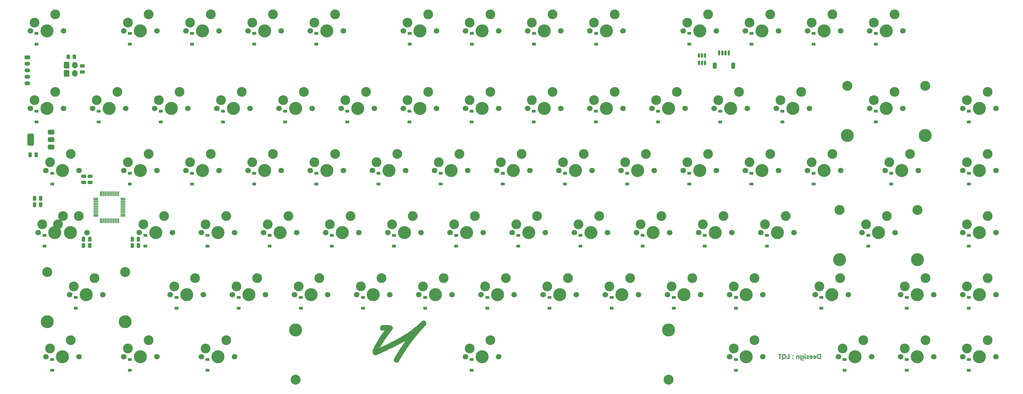
<source format=gbr>
%TF.GenerationSoftware,KiCad,Pcbnew,8.99.0-829-g0984af1676*%
%TF.CreationDate,2024-04-27T09:25:59+07:00*%
%TF.ProjectId,Nuxros75,4e757872-6f73-4373-952e-6b696361645f,rev?*%
%TF.SameCoordinates,Original*%
%TF.FileFunction,Soldermask,Bot*%
%TF.FilePolarity,Negative*%
%FSLAX46Y46*%
G04 Gerber Fmt 4.6, Leading zero omitted, Abs format (unit mm)*
G04 Created by KiCad (PCBNEW 8.99.0-829-g0984af1676) date 2024-04-27 09:25:59*
%MOMM*%
%LPD*%
G01*
G04 APERTURE LIST*
G04 Aperture macros list*
%AMRoundRect*
0 Rectangle with rounded corners*
0 $1 Rounding radius*
0 $2 $3 $4 $5 $6 $7 $8 $9 X,Y pos of 4 corners*
0 Add a 4 corners polygon primitive as box body*
4,1,4,$2,$3,$4,$5,$6,$7,$8,$9,$2,$3,0*
0 Add four circle primitives for the rounded corners*
1,1,$1+$1,$2,$3*
1,1,$1+$1,$4,$5*
1,1,$1+$1,$6,$7*
1,1,$1+$1,$8,$9*
0 Add four rect primitives between the rounded corners*
20,1,$1+$1,$2,$3,$4,$5,0*
20,1,$1+$1,$4,$5,$6,$7,0*
20,1,$1+$1,$6,$7,$8,$9,0*
20,1,$1+$1,$8,$9,$2,$3,0*%
G04 Aperture macros list end*
%ADD10C,0.300000*%
%ADD11C,0.000000*%
%ADD12C,1.700000*%
%ADD13C,4.000000*%
%ADD14C,0.400000*%
%ADD15C,3.000000*%
%ADD16RoundRect,0.250000X-0.625000X0.350000X-0.625000X-0.350000X0.625000X-0.350000X0.625000X0.350000X0*%
%ADD17O,1.750000X1.200000*%
%ADD18C,3.048000*%
%ADD19C,3.987800*%
%ADD20RoundRect,0.250000X-0.600000X-0.750000X0.600000X-0.750000X0.600000X0.750000X-0.600000X0.750000X0*%
%ADD21O,1.700000X2.000000*%
%ADD22RoundRect,0.225000X0.375000X-0.225000X0.375000X0.225000X-0.375000X0.225000X-0.375000X-0.225000X0*%
%ADD23RoundRect,0.250000X0.475000X-0.250000X0.475000X0.250000X-0.475000X0.250000X-0.475000X-0.250000X0*%
%ADD24RoundRect,0.250000X-0.250000X-0.475000X0.250000X-0.475000X0.250000X0.475000X-0.250000X0.475000X0*%
%ADD25RoundRect,0.075000X0.662500X0.075000X-0.662500X0.075000X-0.662500X-0.075000X0.662500X-0.075000X0*%
%ADD26RoundRect,0.075000X0.075000X0.662500X-0.075000X0.662500X-0.075000X-0.662500X0.075000X-0.662500X0*%
%ADD27RoundRect,0.375000X0.625000X0.375000X-0.625000X0.375000X-0.625000X-0.375000X0.625000X-0.375000X0*%
%ADD28RoundRect,0.500000X0.500000X1.400000X-0.500000X1.400000X-0.500000X-1.400000X0.500000X-1.400000X0*%
%ADD29RoundRect,0.150000X0.150000X-0.512500X0.150000X0.512500X-0.150000X0.512500X-0.150000X-0.512500X0*%
%ADD30RoundRect,0.250000X-0.475000X0.250000X-0.475000X-0.250000X0.475000X-0.250000X0.475000X0.250000X0*%
%ADD31RoundRect,0.250000X0.250000X0.475000X-0.250000X0.475000X-0.250000X-0.475000X0.250000X-0.475000X0*%
%ADD32RoundRect,0.250000X0.262500X0.450000X-0.262500X0.450000X-0.262500X-0.450000X0.262500X-0.450000X0*%
%ADD33RoundRect,0.150000X0.150000X0.625000X-0.150000X0.625000X-0.150000X-0.625000X0.150000X-0.625000X0*%
%ADD34RoundRect,0.250000X0.350000X0.650000X-0.350000X0.650000X-0.350000X-0.650000X0.350000X-0.650000X0*%
G04 APERTURE END LIST*
D10*
G36*
X-21418893Y-130245000D02*
G01*
X-21942428Y-130245000D01*
X-22029588Y-130241782D01*
X-22112284Y-130232131D01*
X-22190514Y-130216045D01*
X-22264279Y-130193525D01*
X-22333579Y-130164571D01*
X-22398414Y-130129183D01*
X-22458784Y-130087360D01*
X-22514689Y-130039103D01*
X-22540731Y-130012778D01*
X-22598485Y-129942218D01*
X-22645739Y-129864879D01*
X-22675981Y-129798127D01*
X-22699503Y-129727035D01*
X-22716304Y-129651604D01*
X-22726385Y-129571834D01*
X-22729584Y-129491755D01*
X-22379501Y-129491755D01*
X-22376495Y-129557754D01*
X-22364955Y-129631050D01*
X-22340551Y-129708422D01*
X-22304367Y-129777029D01*
X-22256402Y-129836870D01*
X-22215653Y-129873388D01*
X-22150941Y-129914115D01*
X-22077288Y-129942711D01*
X-21994694Y-129959175D01*
X-21916782Y-129963632D01*
X-21751919Y-129963632D01*
X-21751919Y-129049187D01*
X-21914584Y-129049187D01*
X-21981101Y-129052076D01*
X-22054568Y-129063170D01*
X-22131522Y-129086629D01*
X-22199044Y-129121413D01*
X-22257135Y-129167522D01*
X-22292387Y-129206543D01*
X-22331701Y-129268415D01*
X-22359305Y-129338738D01*
X-22375199Y-129417510D01*
X-22379501Y-129491755D01*
X-22729584Y-129491755D01*
X-22729745Y-129487725D01*
X-22728976Y-129443433D01*
X-22722825Y-129359070D01*
X-22710523Y-129280330D01*
X-22692070Y-129207214D01*
X-22652858Y-129108087D01*
X-22599807Y-129021614D01*
X-22532916Y-128947795D01*
X-22452185Y-128886631D01*
X-22357615Y-128838122D01*
X-22286879Y-128812813D01*
X-22209993Y-128793128D01*
X-22126955Y-128779067D01*
X-22037767Y-128770631D01*
X-21942428Y-128767819D01*
X-21418893Y-128767819D01*
X-21418893Y-130245000D01*
G37*
G36*
X-23371890Y-129167021D02*
G01*
X-23292480Y-129175994D01*
X-23218017Y-129195735D01*
X-23148499Y-129226244D01*
X-23083927Y-129267520D01*
X-23024302Y-129319563D01*
X-22988581Y-129359457D01*
X-22943931Y-129425673D01*
X-22909996Y-129499540D01*
X-22886778Y-129581057D01*
X-22875615Y-129654833D01*
X-22871894Y-129733921D01*
X-22873134Y-129780272D01*
X-22880710Y-129853173D01*
X-22898892Y-129933475D01*
X-22926992Y-130005947D01*
X-22965009Y-130070587D01*
X-23012944Y-130127397D01*
X-23040399Y-130152604D01*
X-23101356Y-130195580D01*
X-23170375Y-130228639D01*
X-23247458Y-130251780D01*
X-23332603Y-130265003D01*
X-23409717Y-130268447D01*
X-23494291Y-130265768D01*
X-23572709Y-130257731D01*
X-23644970Y-130244335D01*
X-23721493Y-130221936D01*
X-23789637Y-130192243D01*
X-23789637Y-129963632D01*
X-23781352Y-129967959D01*
X-23712115Y-129997635D01*
X-23637612Y-130018518D01*
X-23557841Y-130030608D01*
X-23483722Y-130033974D01*
X-23466914Y-130033768D01*
X-23390385Y-130026555D01*
X-23315080Y-130004298D01*
X-23250015Y-129959579D01*
X-23209493Y-129894664D01*
X-23194295Y-129822948D01*
X-23882693Y-129822948D01*
X-23882693Y-129683729D01*
X-23878986Y-129611922D01*
X-23580809Y-129611922D01*
X-23192096Y-129611922D01*
X-23197080Y-129581472D01*
X-23220252Y-129509835D01*
X-23261706Y-129444860D01*
X-23265299Y-129440713D01*
X-23324171Y-129394302D01*
X-23397260Y-129377449D01*
X-23430063Y-129379510D01*
X-23501761Y-129405155D01*
X-23550516Y-129460110D01*
X-23574356Y-129532238D01*
X-23580809Y-129611922D01*
X-23878986Y-129611922D01*
X-23878250Y-129597657D01*
X-23864919Y-129518591D01*
X-23842701Y-129446531D01*
X-23805547Y-129371318D01*
X-23756297Y-129305642D01*
X-23705353Y-129258329D01*
X-23636606Y-129215503D01*
X-23557831Y-129186001D01*
X-23482329Y-129171317D01*
X-23399459Y-129166423D01*
X-23371890Y-129167021D01*
G37*
G36*
X-24507619Y-129167021D02*
G01*
X-24428210Y-129175994D01*
X-24353746Y-129195735D01*
X-24284228Y-129226244D01*
X-24219657Y-129267520D01*
X-24160031Y-129319563D01*
X-24124310Y-129359457D01*
X-24079660Y-129425673D01*
X-24045725Y-129499540D01*
X-24022507Y-129581057D01*
X-24011344Y-129654833D01*
X-24007623Y-129733921D01*
X-24008863Y-129780272D01*
X-24016439Y-129853173D01*
X-24034621Y-129933475D01*
X-24062721Y-130005947D01*
X-24100739Y-130070587D01*
X-24148674Y-130127397D01*
X-24176128Y-130152604D01*
X-24237085Y-130195580D01*
X-24306105Y-130228639D01*
X-24383187Y-130251780D01*
X-24468333Y-130265003D01*
X-24545446Y-130268447D01*
X-24630020Y-130265768D01*
X-24708438Y-130257731D01*
X-24780699Y-130244335D01*
X-24857222Y-130221936D01*
X-24925366Y-130192243D01*
X-24925366Y-129963632D01*
X-24917082Y-129967959D01*
X-24847844Y-129997635D01*
X-24773341Y-130018518D01*
X-24693571Y-130030608D01*
X-24619452Y-130033974D01*
X-24602643Y-130033768D01*
X-24526115Y-130026555D01*
X-24450810Y-130004298D01*
X-24385744Y-129959579D01*
X-24345222Y-129894664D01*
X-24330024Y-129822948D01*
X-25018422Y-129822948D01*
X-25018422Y-129683729D01*
X-25014715Y-129611922D01*
X-24716538Y-129611922D01*
X-24327826Y-129611922D01*
X-24332810Y-129581472D01*
X-24355981Y-129509835D01*
X-24397435Y-129444860D01*
X-24401028Y-129440713D01*
X-24459900Y-129394302D01*
X-24532990Y-129377449D01*
X-24565792Y-129379510D01*
X-24637490Y-129405155D01*
X-24686246Y-129460110D01*
X-24710085Y-129532238D01*
X-24716538Y-129611922D01*
X-25014715Y-129611922D01*
X-25013979Y-129597657D01*
X-25000648Y-129518591D01*
X-24978430Y-129446531D01*
X-24941277Y-129371318D01*
X-24892027Y-129305642D01*
X-24841082Y-129258329D01*
X-24772335Y-129215503D01*
X-24693560Y-129186001D01*
X-24618058Y-129171317D01*
X-24535188Y-129166423D01*
X-24507619Y-129167021D01*
G37*
G36*
X-25137124Y-130217156D02*
G01*
X-25137124Y-129963632D01*
X-25202254Y-129998101D01*
X-25272258Y-130026431D01*
X-25297226Y-130034340D01*
X-25370169Y-130050907D01*
X-25443717Y-130057398D01*
X-25448168Y-130057421D01*
X-25525471Y-130050918D01*
X-25584455Y-130031409D01*
X-25632245Y-129974218D01*
X-25634647Y-129952274D01*
X-25611933Y-129900983D01*
X-25553681Y-129865080D01*
X-25483853Y-129839898D01*
X-25476011Y-129837602D01*
X-25404525Y-129813560D01*
X-25394678Y-129809759D01*
X-25325144Y-129780318D01*
X-25283670Y-129758834D01*
X-25222966Y-129715320D01*
X-25203436Y-129695819D01*
X-25162229Y-129632788D01*
X-25153977Y-129612655D01*
X-25138770Y-129539532D01*
X-25137124Y-129500914D01*
X-25145577Y-129423612D01*
X-25173226Y-129353225D01*
X-25175593Y-129349239D01*
X-25220747Y-129291353D01*
X-25278541Y-129245191D01*
X-25347601Y-129209929D01*
X-25420662Y-129186686D01*
X-25425819Y-129185474D01*
X-25499851Y-129172451D01*
X-25576407Y-129166721D01*
X-25598743Y-129166423D01*
X-25673713Y-129169422D01*
X-25740893Y-129177048D01*
X-25816957Y-129190532D01*
X-25883042Y-129206723D01*
X-25883042Y-129447791D01*
X-25814775Y-129415385D01*
X-25750418Y-129395034D01*
X-25676300Y-129381313D01*
X-25611933Y-129377449D01*
X-25551849Y-129383677D01*
X-25501657Y-129401995D01*
X-25467585Y-129432770D01*
X-25455495Y-129475268D01*
X-25473813Y-129524361D01*
X-25522173Y-129559898D01*
X-25588852Y-129586643D01*
X-25659147Y-129610045D01*
X-25661392Y-129610823D01*
X-25730403Y-129637356D01*
X-25778628Y-129659916D01*
X-25841244Y-129698963D01*
X-25868754Y-129722564D01*
X-25913914Y-129780611D01*
X-25926639Y-129806828D01*
X-25944822Y-129881651D01*
X-25946789Y-129921500D01*
X-25939006Y-129998056D01*
X-25913391Y-130068563D01*
X-25906123Y-130081235D01*
X-25858770Y-130141135D01*
X-25798046Y-130188946D01*
X-25730259Y-130222847D01*
X-25658712Y-130245627D01*
X-25642341Y-130249396D01*
X-25569751Y-130261731D01*
X-25494863Y-130267777D01*
X-25459525Y-130268447D01*
X-25384617Y-130265992D01*
X-25302013Y-130257177D01*
X-25222615Y-130241950D01*
X-25146423Y-130220311D01*
X-25137124Y-130217156D01*
G37*
G36*
X-26294103Y-129002292D02*
G01*
X-26219090Y-128990293D01*
X-26158914Y-128954298D01*
X-26116552Y-128893466D01*
X-26106524Y-128836695D01*
X-26123101Y-128764258D01*
X-26158914Y-128719459D01*
X-26223343Y-128684012D01*
X-26294103Y-128674030D01*
X-26369757Y-128685387D01*
X-26429658Y-128719459D01*
X-26473095Y-128782705D01*
X-26481681Y-128836695D01*
X-26465221Y-128910073D01*
X-26429658Y-128955764D01*
X-26365490Y-128992068D01*
X-26294103Y-129002292D01*
G37*
G36*
X-26454937Y-130245000D02*
G01*
X-26129239Y-130245000D01*
X-26129239Y-129189870D01*
X-26454937Y-129189870D01*
X-26454937Y-130245000D01*
G37*
G36*
X-27064389Y-129171949D02*
G01*
X-26992416Y-129188525D01*
X-26915870Y-129221832D01*
X-26847319Y-129270180D01*
X-26794923Y-129323593D01*
X-26764011Y-129364512D01*
X-26725371Y-129432329D01*
X-26696004Y-129507875D01*
X-26675912Y-129591148D01*
X-26666252Y-129666446D01*
X-26663032Y-129747110D01*
X-26667192Y-129833024D01*
X-26679673Y-129912163D01*
X-26700474Y-129984527D01*
X-26735258Y-130060389D01*
X-26781367Y-130127030D01*
X-26812342Y-130160175D01*
X-26872802Y-130207544D01*
X-26941221Y-130241379D01*
X-27017599Y-130261680D01*
X-27101936Y-130268447D01*
X-27167243Y-130263912D01*
X-27249987Y-130242326D01*
X-27322599Y-130202964D01*
X-27385077Y-130145825D01*
X-27430565Y-130082700D01*
X-27434595Y-130082700D01*
X-27434595Y-130173558D01*
X-27432377Y-130222842D01*
X-27417204Y-130303168D01*
X-27387657Y-130372714D01*
X-27343736Y-130431479D01*
X-27307187Y-130463726D01*
X-27242559Y-130499587D01*
X-27166164Y-130520437D01*
X-27088381Y-130526367D01*
X-27057291Y-130525543D01*
X-26974671Y-130515285D01*
X-26902715Y-130496692D01*
X-26831076Y-130469123D01*
X-26759752Y-130432578D01*
X-26759752Y-130701123D01*
X-26792284Y-130715119D01*
X-26865694Y-130737513D01*
X-26939057Y-130750985D01*
X-27020939Y-130758741D01*
X-27097906Y-130760840D01*
X-27157017Y-130759404D01*
X-27231663Y-130753022D01*
X-27318274Y-130737862D01*
X-27397443Y-130714725D01*
X-27469170Y-130683609D01*
X-27533456Y-130644515D01*
X-27590300Y-130597442D01*
X-27600758Y-130587099D01*
X-27656537Y-130519539D01*
X-27693889Y-130456037D01*
X-27722941Y-130385987D01*
X-27743692Y-130309391D01*
X-27756142Y-130226247D01*
X-27760293Y-130136556D01*
X-27760293Y-129656985D01*
X-27438625Y-129656985D01*
X-27438625Y-129737219D01*
X-27434732Y-129795928D01*
X-27414296Y-129872659D01*
X-27376343Y-129935788D01*
X-27355932Y-129957319D01*
X-27288692Y-129998192D01*
X-27212944Y-130010526D01*
X-27182163Y-130008720D01*
X-27111927Y-129987111D01*
X-27052110Y-129936521D01*
X-27021198Y-129885080D01*
X-26999217Y-129809654D01*
X-26993492Y-129735387D01*
X-26993553Y-129726201D01*
X-26999539Y-129649391D01*
X-27017678Y-129576419D01*
X-27055408Y-129506043D01*
X-27084705Y-129474209D01*
X-27150834Y-129435832D01*
X-27225401Y-129424344D01*
X-27248562Y-129425408D01*
X-27320790Y-129445905D01*
X-27379274Y-129492487D01*
X-27396372Y-129514471D01*
X-27428830Y-129583353D01*
X-27438625Y-129656985D01*
X-27760293Y-129656985D01*
X-27760293Y-129189870D01*
X-27434595Y-129189870D01*
X-27434595Y-129323593D01*
X-27430565Y-129323593D01*
X-27411720Y-129295505D01*
X-27361163Y-129240711D01*
X-27292092Y-129196506D01*
X-27221775Y-129173944D01*
X-27142236Y-129166423D01*
X-27064389Y-129171949D01*
G37*
G36*
X-29044766Y-130245000D02*
G01*
X-28720167Y-130245000D01*
X-28720167Y-129666510D01*
X-28714010Y-129584211D01*
X-28691265Y-129509717D01*
X-28644748Y-129452959D01*
X-28576341Y-129426472D01*
X-28545045Y-129424344D01*
X-28472305Y-129438431D01*
X-28409268Y-129484513D01*
X-28405826Y-129488457D01*
X-28366644Y-129556131D01*
X-28351718Y-129632947D01*
X-28351238Y-129651123D01*
X-28351238Y-130245000D01*
X-28025540Y-130245000D01*
X-28025540Y-129189870D01*
X-28351238Y-129189870D01*
X-28351238Y-129367923D01*
X-28355268Y-129367923D01*
X-28402692Y-129299445D01*
X-28457587Y-129245134D01*
X-28519952Y-129204992D01*
X-28589787Y-129179017D01*
X-28667093Y-129167210D01*
X-28694521Y-129166423D01*
X-28776610Y-129173201D01*
X-28847753Y-129193534D01*
X-28921291Y-129238013D01*
X-28977727Y-129303672D01*
X-29010562Y-129371450D01*
X-29032452Y-129452783D01*
X-29043398Y-129547671D01*
X-29044766Y-129600198D01*
X-29044766Y-130245000D01*
G37*
G36*
X-30015997Y-129518133D02*
G01*
X-29942175Y-129505493D01*
X-29881908Y-129467575D01*
X-29840172Y-129406746D01*
X-29828419Y-129341912D01*
X-29843929Y-129267739D01*
X-29883374Y-129215516D01*
X-29949804Y-129177210D01*
X-30021127Y-129166423D01*
X-30096781Y-129178879D01*
X-30157414Y-129216249D01*
X-30200369Y-129280352D01*
X-30210537Y-129341912D01*
X-30195234Y-129416656D01*
X-30156315Y-129469040D01*
X-30089891Y-129507346D01*
X-30015997Y-129518133D01*
G37*
G36*
X-30015997Y-130268447D02*
G01*
X-29942175Y-130255716D01*
X-29881908Y-130217522D01*
X-29840172Y-130156408D01*
X-29828419Y-130091493D01*
X-29843929Y-130017892D01*
X-29883374Y-129965830D01*
X-29949804Y-129927524D01*
X-30021127Y-129916737D01*
X-30096781Y-129929193D01*
X-30157414Y-129966563D01*
X-30200369Y-130030435D01*
X-30210537Y-130091493D01*
X-30195234Y-130166158D01*
X-30156315Y-130218988D01*
X-30089891Y-130257579D01*
X-30015997Y-130268447D01*
G37*
G36*
X-31925488Y-130245000D02*
G01*
X-31045481Y-130245000D01*
X-31045481Y-128767819D01*
X-31378506Y-128767819D01*
X-31378506Y-129963632D01*
X-31925488Y-129963632D01*
X-31925488Y-130245000D01*
G37*
G36*
X-32658022Y-128747743D02*
G01*
X-32580318Y-128757858D01*
X-32506805Y-128774717D01*
X-32420806Y-128805273D01*
X-32341354Y-128846365D01*
X-32268450Y-128897994D01*
X-32202093Y-128960160D01*
X-32165821Y-129001982D01*
X-32113295Y-129076824D01*
X-32078411Y-129141321D01*
X-32049869Y-129209929D01*
X-32027669Y-129282646D01*
X-32011813Y-129359474D01*
X-32002299Y-129440412D01*
X-31999127Y-129525460D01*
X-32002253Y-129605986D01*
X-32011629Y-129682699D01*
X-32027257Y-129755600D01*
X-32055582Y-129841364D01*
X-32093675Y-129921172D01*
X-32141535Y-129995023D01*
X-32199162Y-130062916D01*
X-32250922Y-130111088D01*
X-32320807Y-130162270D01*
X-32396452Y-130203416D01*
X-32477857Y-130234526D01*
X-32565023Y-130255601D01*
X-32638902Y-130265235D01*
X-32716468Y-130268447D01*
X-32780437Y-130266418D01*
X-32854370Y-130258429D01*
X-32929692Y-130242801D01*
X-33125331Y-130432578D01*
X-33590980Y-130432578D01*
X-33217288Y-130082334D01*
X-33230478Y-130069511D01*
X-33244033Y-130055589D01*
X-33268611Y-130028371D01*
X-33323118Y-129955780D01*
X-33367715Y-129876695D01*
X-33396257Y-129808751D01*
X-33418457Y-129736652D01*
X-33434313Y-129660397D01*
X-33443827Y-129579985D01*
X-33446271Y-129514836D01*
X-33096388Y-129514836D01*
X-33094808Y-129568594D01*
X-33086514Y-129643714D01*
X-33067850Y-129722987D01*
X-33039510Y-129793249D01*
X-32995272Y-129862515D01*
X-32940432Y-129917012D01*
X-32876661Y-129955938D01*
X-32803961Y-129979294D01*
X-32722330Y-129987079D01*
X-32642806Y-129979042D01*
X-32571297Y-129954931D01*
X-32507801Y-129914745D01*
X-32452320Y-129858485D01*
X-32417333Y-129806892D01*
X-32385665Y-129738528D01*
X-32363849Y-129661364D01*
X-32352991Y-129588219D01*
X-32349371Y-129508607D01*
X-32351885Y-129442588D01*
X-32361536Y-129368915D01*
X-32381945Y-129290613D01*
X-32412206Y-129220552D01*
X-32452320Y-129158729D01*
X-32508740Y-129100546D01*
X-32573953Y-129058987D01*
X-32647958Y-129034051D01*
X-32730757Y-129025739D01*
X-32811517Y-129033776D01*
X-32883073Y-129057888D01*
X-32945423Y-129098073D01*
X-32998569Y-129154333D01*
X-33031812Y-129206634D01*
X-33061903Y-129276574D01*
X-33082632Y-129356120D01*
X-33092949Y-129431948D01*
X-33096388Y-129514836D01*
X-33446271Y-129514836D01*
X-33446999Y-129495418D01*
X-33443942Y-129412780D01*
X-33434771Y-129334310D01*
X-33419487Y-129260006D01*
X-33391784Y-129172988D01*
X-33354529Y-129092480D01*
X-33307721Y-129018485D01*
X-33251360Y-128951001D01*
X-33200733Y-128902572D01*
X-33132104Y-128851117D01*
X-33057536Y-128809750D01*
X-32977029Y-128778473D01*
X-32890583Y-128757286D01*
X-32817150Y-128747600D01*
X-32739916Y-128744371D01*
X-32658022Y-128747743D01*
G37*
G36*
X-34653436Y-129049187D02*
G01*
X-34232117Y-129049187D01*
X-34232117Y-130245000D01*
X-33898360Y-130245000D01*
X-33898360Y-129049187D01*
X-33478872Y-129049187D01*
X-33478872Y-128767819D01*
X-34653436Y-128767819D01*
X-34653436Y-129049187D01*
G37*
D11*
%TO.C,G\u002A\u002A\u002A*%
G36*
X-143232273Y-118489772D02*
G01*
X-143033701Y-118517395D01*
X-142853974Y-118589661D01*
X-142695554Y-118705244D01*
X-142560904Y-118862818D01*
X-142509532Y-118945719D01*
X-142430471Y-119129035D01*
X-142394384Y-119314712D01*
X-142402146Y-119496126D01*
X-142454634Y-119666656D01*
X-142454889Y-119667208D01*
X-142475763Y-119710319D01*
X-142499111Y-119752402D01*
X-142528341Y-119797559D01*
X-142566860Y-119849889D01*
X-142618077Y-119913494D01*
X-142685399Y-119992475D01*
X-142772235Y-120090932D01*
X-142881992Y-120212967D01*
X-143018079Y-120362679D01*
X-143183904Y-120544169D01*
X-143676332Y-121089786D01*
X-144705768Y-122279292D01*
X-145710389Y-123507159D01*
X-146687139Y-124769268D01*
X-147632967Y-126061504D01*
X-148544817Y-127379747D01*
X-149419636Y-128719881D01*
X-150254370Y-130077789D01*
X-150318437Y-130185302D01*
X-150461795Y-130425614D01*
X-150583686Y-130628785D01*
X-150686690Y-130798222D01*
X-150773387Y-130937334D01*
X-150846357Y-131049529D01*
X-150908182Y-131138214D01*
X-150961440Y-131206797D01*
X-151008711Y-131258687D01*
X-151052577Y-131297290D01*
X-151095617Y-131326016D01*
X-151140411Y-131348272D01*
X-151189540Y-131367466D01*
X-151245583Y-131387006D01*
X-151357548Y-131415964D01*
X-151542967Y-131426211D01*
X-151728330Y-131394554D01*
X-151906074Y-131324316D01*
X-152068641Y-131218825D01*
X-152208468Y-131081404D01*
X-152317996Y-130915379D01*
X-152327667Y-130894999D01*
X-152366076Y-130768991D01*
X-152384636Y-130622289D01*
X-152381942Y-130475522D01*
X-152356585Y-130349318D01*
X-152346510Y-130323631D01*
X-152306678Y-130240162D01*
X-152243725Y-130120863D01*
X-152159811Y-129969373D01*
X-152057096Y-129789328D01*
X-151937739Y-129584368D01*
X-151803902Y-129358130D01*
X-151657744Y-129114252D01*
X-151501426Y-128856372D01*
X-151337107Y-128588128D01*
X-151166947Y-128313159D01*
X-150993107Y-128035102D01*
X-150817747Y-127757596D01*
X-150766292Y-127676914D01*
X-150614068Y-127440946D01*
X-150446451Y-127184534D01*
X-150267239Y-126913271D01*
X-150080233Y-126632754D01*
X-149889231Y-126348577D01*
X-149698033Y-126066333D01*
X-149510439Y-125791619D01*
X-149330248Y-125530028D01*
X-149161258Y-125287156D01*
X-149007271Y-125068597D01*
X-148872085Y-124879946D01*
X-148759499Y-124726798D01*
X-148688366Y-124631830D01*
X-148751397Y-124672232D01*
X-148802008Y-124703590D01*
X-148899677Y-124761919D01*
X-149028654Y-124837487D01*
X-149182562Y-124926654D01*
X-149355025Y-125025783D01*
X-149539668Y-125131232D01*
X-149730113Y-125239365D01*
X-149919985Y-125346540D01*
X-150102909Y-125449120D01*
X-150272507Y-125543466D01*
X-150422404Y-125625937D01*
X-150720619Y-125787623D01*
X-151230855Y-126058893D01*
X-151755859Y-126331243D01*
X-152300091Y-126606872D01*
X-152868011Y-126887978D01*
X-153464079Y-127176758D01*
X-154092755Y-127475409D01*
X-154758498Y-127786130D01*
X-155465770Y-128111118D01*
X-155551224Y-128150095D01*
X-155950554Y-128331846D01*
X-156306988Y-128493369D01*
X-156621610Y-128635144D01*
X-156895503Y-128757646D01*
X-157129750Y-128861354D01*
X-157325434Y-128946743D01*
X-157483639Y-129014291D01*
X-157605448Y-129064476D01*
X-157691944Y-129097774D01*
X-157744210Y-129114663D01*
X-157746270Y-129115172D01*
X-157892616Y-129135075D01*
X-158052709Y-129130914D01*
X-158206886Y-129104575D01*
X-158335481Y-129057943D01*
X-158447243Y-128988222D01*
X-158590647Y-128853642D01*
X-158706283Y-128686775D01*
X-158792294Y-128493515D01*
X-158846821Y-128279755D01*
X-158868008Y-128051391D01*
X-158853998Y-127814315D01*
X-158802934Y-127574423D01*
X-158777976Y-127492957D01*
X-158732452Y-127360686D01*
X-158678001Y-127222377D01*
X-158611407Y-127070845D01*
X-158529456Y-126898905D01*
X-158428934Y-126699372D01*
X-158306626Y-126465060D01*
X-158006253Y-125908053D01*
X-157402870Y-124854241D01*
X-156773047Y-123837949D01*
X-156114432Y-122855452D01*
X-155424673Y-121903026D01*
X-155357664Y-121813595D01*
X-155283901Y-121714205D01*
X-155225302Y-121634154D01*
X-155186641Y-121579975D01*
X-155172693Y-121558204D01*
X-155182000Y-121556353D01*
X-155231529Y-121554870D01*
X-155316510Y-121555134D01*
X-155428742Y-121557094D01*
X-155560024Y-121560696D01*
X-155714148Y-121564094D01*
X-155877319Y-121561553D01*
X-156006984Y-121549202D01*
X-156111593Y-121524911D01*
X-156199593Y-121486551D01*
X-156279433Y-121431991D01*
X-156359562Y-121359101D01*
X-156382594Y-121335511D01*
X-156483432Y-121207659D01*
X-156548086Y-121070360D01*
X-156580415Y-120912696D01*
X-156584282Y-120723750D01*
X-156572923Y-120594742D01*
X-156530108Y-120413525D01*
X-156453945Y-120258245D01*
X-156340844Y-120120003D01*
X-156312399Y-120092534D01*
X-156241644Y-120033438D01*
X-156164651Y-119984453D01*
X-156076698Y-119944819D01*
X-155973063Y-119913778D01*
X-155849024Y-119890569D01*
X-155699859Y-119874435D01*
X-155520847Y-119864616D01*
X-155307264Y-119860352D01*
X-155054389Y-119860885D01*
X-154757500Y-119865455D01*
X-154702295Y-119866612D01*
X-154403353Y-119875263D01*
X-154127783Y-119887299D01*
X-153879830Y-119902378D01*
X-153663735Y-119920162D01*
X-153483741Y-119940310D01*
X-153344089Y-119962483D01*
X-153249023Y-119986339D01*
X-153130407Y-120034890D01*
X-152956215Y-120143938D01*
X-152816395Y-120287217D01*
X-152709295Y-120466193D01*
X-152699151Y-120488703D01*
X-152667084Y-120577590D01*
X-152651477Y-120668603D01*
X-152647885Y-120784808D01*
X-152647930Y-120789998D01*
X-152662263Y-120955824D01*
X-152704820Y-121106013D01*
X-152780630Y-121253310D01*
X-152894719Y-121410455D01*
X-153144147Y-121719552D01*
X-153483363Y-122146062D01*
X-153795780Y-122547120D01*
X-154085633Y-122928484D01*
X-154357155Y-123295908D01*
X-154614581Y-123655150D01*
X-154862143Y-124011966D01*
X-155104077Y-124372113D01*
X-155344615Y-124741346D01*
X-155368355Y-124778428D01*
X-155458747Y-124921226D01*
X-155558932Y-125081549D01*
X-155664935Y-125252853D01*
X-155772784Y-125428594D01*
X-155878506Y-125602227D01*
X-155978127Y-125767209D01*
X-156067674Y-125916994D01*
X-156143174Y-126045040D01*
X-156200654Y-126144802D01*
X-156236140Y-126209736D01*
X-156255869Y-126245524D01*
X-156301134Y-126321846D01*
X-156359977Y-126417256D01*
X-156424668Y-126519071D01*
X-156475194Y-126598761D01*
X-156522617Y-126676889D01*
X-156553162Y-126731348D01*
X-156561826Y-126753583D01*
X-156542286Y-126747416D01*
X-156482227Y-126722446D01*
X-156385805Y-126680222D01*
X-156257144Y-126622635D01*
X-156100367Y-126551578D01*
X-155919599Y-126468942D01*
X-155718964Y-126376622D01*
X-155502585Y-126276508D01*
X-155274587Y-126170494D01*
X-155039093Y-126060471D01*
X-154800228Y-125948332D01*
X-154562116Y-125835970D01*
X-153781824Y-125461400D01*
X-152821277Y-124984140D01*
X-151905643Y-124509947D01*
X-151032879Y-124037497D01*
X-150200943Y-123565462D01*
X-149407794Y-123092518D01*
X-148651389Y-122617338D01*
X-147929686Y-122138597D01*
X-147240644Y-121654969D01*
X-146582220Y-121165128D01*
X-145952374Y-120667748D01*
X-145349062Y-120161504D01*
X-144770242Y-119645070D01*
X-144213874Y-119117120D01*
X-144091184Y-118997470D01*
X-143943176Y-118855440D01*
X-143820770Y-118742556D01*
X-143718888Y-118655498D01*
X-143632451Y-118590944D01*
X-143556382Y-118545574D01*
X-143485603Y-118516067D01*
X-143415037Y-118499103D01*
X-143339606Y-118491359D01*
X-143254231Y-118489516D01*
X-143232273Y-118489772D01*
G37*
%TD*%
D12*
%TO.C,SW64*%
X-163697500Y-110580000D03*
D13*
X-158617500Y-110580000D03*
D12*
X-153537500Y-110580000D03*
D14*
X-163677500Y-108030000D03*
X-162437500Y-109290000D03*
X-162427500Y-106790000D03*
D15*
X-162427500Y-108040000D03*
D14*
X-161177500Y-108040000D03*
X-157327500Y-105500000D03*
X-156077500Y-104240000D03*
D15*
X-156077500Y-105500000D03*
D14*
X-156077500Y-106740000D03*
X-154837500Y-105490000D03*
%TD*%
D12*
%TO.C,SW24*%
X-111310000Y-53430000D03*
D13*
X-106230000Y-53430000D03*
D12*
X-101150000Y-53430000D03*
D14*
X-111290000Y-50880000D03*
X-110050000Y-52140000D03*
X-110040000Y-49640000D03*
D15*
X-110040000Y-50890000D03*
D14*
X-108790000Y-50890000D03*
X-104940000Y-48350000D03*
X-103690000Y-47090000D03*
D15*
X-103690000Y-48350000D03*
D14*
X-103690000Y-49590000D03*
X-102450000Y-48340000D03*
%TD*%
D12*
%TO.C,SW6*%
X-149390000Y-29620000D03*
D13*
X-144310000Y-29620000D03*
D12*
X-139230000Y-29620000D03*
D14*
X-149370000Y-27070000D03*
X-148130000Y-28330000D03*
X-148120000Y-25830000D03*
D15*
X-148120000Y-27080000D03*
D14*
X-146870000Y-27080000D03*
X-143020000Y-24540000D03*
X-141770000Y-23280000D03*
D15*
X-141770000Y-24540000D03*
D14*
X-141770000Y-25780000D03*
X-140530000Y-24530000D03*
%TD*%
D12*
%TO.C,SW28*%
X-35110000Y-53430000D03*
D13*
X-30030000Y-53430000D03*
D12*
X-24950000Y-53430000D03*
D14*
X-35090000Y-50880000D03*
X-33850000Y-52140000D03*
X-33840000Y-49640000D03*
D15*
X-33840000Y-50890000D03*
D14*
X-32590000Y-50890000D03*
X-28740000Y-48350000D03*
X-27490000Y-47090000D03*
D15*
X-27490000Y-48350000D03*
D14*
X-27490000Y-49590000D03*
X-26250000Y-48340000D03*
%TD*%
D12*
%TO.C,SW13*%
X-6540000Y-29620000D03*
D13*
X-1460000Y-29620000D03*
D12*
X3620000Y-29620000D03*
D14*
X-6520000Y-27070000D03*
X-5280000Y-28330000D03*
X-5270000Y-25830000D03*
D15*
X-5270000Y-27080000D03*
D14*
X-4020000Y-27080000D03*
X-170000Y-24540000D03*
X1080000Y-23280000D03*
D15*
X1080000Y-24540000D03*
D14*
X1080000Y-25780000D03*
X2320000Y-24530000D03*
%TD*%
D12*
%TO.C,SW75*%
X-235135000Y-129630000D03*
D13*
X-230055000Y-129630000D03*
D12*
X-224975000Y-129630000D03*
D14*
X-235115000Y-127080000D03*
X-233875000Y-128340000D03*
X-233865000Y-125840000D03*
D15*
X-233865000Y-127090000D03*
D14*
X-232615000Y-127090000D03*
X-228765000Y-124550000D03*
X-227515000Y-123290000D03*
D15*
X-227515000Y-124550000D03*
D14*
X-227515000Y-125790000D03*
X-226275000Y-124540000D03*
%TD*%
D12*
%TO.C,SW41*%
X-63685000Y-72480000D03*
D13*
X-58605000Y-72480000D03*
D12*
X-53525000Y-72480000D03*
D14*
X-63665000Y-69930000D03*
X-62425000Y-71190000D03*
X-62415000Y-68690000D03*
D15*
X-62415000Y-69940000D03*
D14*
X-61165000Y-69940000D03*
X-57315000Y-67400000D03*
X-56065000Y-66140000D03*
D15*
X-56065000Y-67400000D03*
D14*
X-56065000Y-68640000D03*
X-54825000Y-67390000D03*
%TD*%
D12*
%TO.C,SW1*%
X-263720000Y-29590000D03*
D13*
X-258640000Y-29590000D03*
D12*
X-253560000Y-29590000D03*
D14*
X-263700000Y-27040000D03*
X-262460000Y-28300000D03*
X-262450000Y-25800000D03*
D15*
X-262450000Y-27050000D03*
D14*
X-261200000Y-27050000D03*
X-257350000Y-24510000D03*
X-256100000Y-23250000D03*
D15*
X-256100000Y-24510000D03*
D14*
X-256100000Y-25750000D03*
X-254860000Y-24500000D03*
%TD*%
D12*
%TO.C,SW67*%
X-106547500Y-110580000D03*
D13*
X-101467500Y-110580000D03*
D12*
X-96387500Y-110580000D03*
D14*
X-106527500Y-108030000D03*
X-105287500Y-109290000D03*
X-105277500Y-106790000D03*
D15*
X-105277500Y-108040000D03*
D14*
X-104027500Y-108040000D03*
X-100177500Y-105500000D03*
X-98927500Y-104240000D03*
D15*
X-98927500Y-105500000D03*
D14*
X-98927500Y-106740000D03*
X-97687500Y-105490000D03*
%TD*%
D12*
%TO.C,SW42*%
X-44635000Y-72480000D03*
D13*
X-39555000Y-72480000D03*
D12*
X-34475000Y-72480000D03*
D14*
X-44615000Y-69930000D03*
X-43375000Y-71190000D03*
X-43365000Y-68690000D03*
D15*
X-43365000Y-69940000D03*
D14*
X-42115000Y-69940000D03*
X-38265000Y-67400000D03*
X-37015000Y-66140000D03*
D15*
X-37015000Y-67400000D03*
D14*
X-37015000Y-68640000D03*
X-35775000Y-67390000D03*
%TD*%
D12*
%TO.C,SW11*%
X-44640000Y-29620000D03*
D13*
X-39560000Y-29620000D03*
D12*
X-34480000Y-29620000D03*
D14*
X-44620000Y-27070000D03*
X-43380000Y-28330000D03*
X-43370000Y-25830000D03*
D15*
X-43370000Y-27080000D03*
D14*
X-42120000Y-27080000D03*
X-38270000Y-24540000D03*
X-37020000Y-23280000D03*
D15*
X-37020000Y-24540000D03*
D14*
X-37020000Y-25780000D03*
X-35780000Y-24530000D03*
%TD*%
D12*
%TO.C,SW20*%
X-187510000Y-53430000D03*
D13*
X-182430000Y-53430000D03*
D12*
X-177350000Y-53430000D03*
D14*
X-187490000Y-50880000D03*
X-186250000Y-52140000D03*
X-186240000Y-49640000D03*
D15*
X-186240000Y-50890000D03*
D14*
X-184990000Y-50890000D03*
X-181140000Y-48350000D03*
X-179890000Y-47090000D03*
D15*
X-179890000Y-48350000D03*
D14*
X-179890000Y-49590000D03*
X-178650000Y-48340000D03*
%TD*%
D12*
%TO.C,SW26*%
X-73210000Y-53430000D03*
D13*
X-68130000Y-53430000D03*
D12*
X-63050000Y-53430000D03*
D14*
X-73190000Y-50880000D03*
X-71950000Y-52140000D03*
X-71940000Y-49640000D03*
D15*
X-71940000Y-50890000D03*
D14*
X-70690000Y-50890000D03*
X-66840000Y-48350000D03*
X-65590000Y-47090000D03*
D15*
X-65590000Y-48350000D03*
D14*
X-65590000Y-49590000D03*
X-64350000Y-48340000D03*
%TD*%
D12*
%TO.C,SW88*%
X22040000Y-129630000D03*
D13*
X27120000Y-129630000D03*
D12*
X32200000Y-129630000D03*
D14*
X22060000Y-127080000D03*
X23300000Y-128340000D03*
X23310000Y-125840000D03*
D15*
X23310000Y-127090000D03*
D14*
X24560000Y-127090000D03*
X28410000Y-124550000D03*
X29660000Y-123290000D03*
D15*
X29660000Y-124550000D03*
D14*
X29660000Y-125790000D03*
X30900000Y-124540000D03*
%TD*%
D16*
%TO.C,J2*%
X-264700000Y-37700000D03*
D17*
X-264700000Y-39700000D03*
X-264700000Y-41700000D03*
X-264700000Y-43700000D03*
X-264700000Y-45700000D03*
%TD*%
D12*
%TO.C,SW63*%
X-182747500Y-110580000D03*
D13*
X-177667500Y-110580000D03*
D12*
X-172587500Y-110580000D03*
D14*
X-182727500Y-108030000D03*
X-181487500Y-109290000D03*
X-181477500Y-106790000D03*
D15*
X-181477500Y-108040000D03*
D14*
X-180227500Y-108040000D03*
X-176377500Y-105500000D03*
X-175127500Y-104240000D03*
D15*
X-175127500Y-105500000D03*
D14*
X-175127500Y-106740000D03*
X-173887500Y-105490000D03*
%TD*%
D12*
%TO.C,SW70*%
X-49397500Y-110580000D03*
D13*
X-44317500Y-110580000D03*
D12*
X-39237500Y-110580000D03*
D14*
X-49377500Y-108030000D03*
X-48137500Y-109290000D03*
X-48127500Y-106790000D03*
D15*
X-48127500Y-108040000D03*
D14*
X-46877500Y-108040000D03*
X-43027500Y-105500000D03*
X-41777500Y-104240000D03*
D15*
X-41777500Y-105500000D03*
D14*
X-41777500Y-106740000D03*
X-40537500Y-105490000D03*
%TD*%
D12*
%TO.C,SW44*%
X-1772000Y-72480000D03*
D13*
X3308000Y-72480000D03*
D12*
X8388000Y-72480000D03*
D14*
X-1752000Y-69930000D03*
X-512000Y-71190000D03*
X-502000Y-68690000D03*
D15*
X-502000Y-69940000D03*
D14*
X748000Y-69940000D03*
X4598000Y-67400000D03*
X5848000Y-66140000D03*
D15*
X5848000Y-67400000D03*
D14*
X5848000Y-68640000D03*
X7088000Y-67390000D03*
%TD*%
D12*
%TO.C,SW49*%
X-192272500Y-91530000D03*
D13*
X-187192500Y-91530000D03*
D12*
X-182112500Y-91530000D03*
D14*
X-192252500Y-88980000D03*
X-191012500Y-90240000D03*
X-191002500Y-87740000D03*
D15*
X-191002500Y-88990000D03*
D14*
X-189752500Y-88990000D03*
X-185902500Y-86450000D03*
X-184652500Y-85190000D03*
D15*
X-184652500Y-86450000D03*
D14*
X-184652500Y-87690000D03*
X-183412500Y-86440000D03*
%TD*%
D12*
%TO.C,SW38*%
X-120835000Y-72480000D03*
D13*
X-115755000Y-72480000D03*
D12*
X-110675000Y-72480000D03*
D14*
X-120815000Y-69930000D03*
X-119575000Y-71190000D03*
X-119565000Y-68690000D03*
D15*
X-119565000Y-69940000D03*
D14*
X-118315000Y-69940000D03*
X-114465000Y-67400000D03*
X-113215000Y-66140000D03*
D15*
X-113215000Y-67400000D03*
D14*
X-113215000Y-68640000D03*
X-111975000Y-67390000D03*
%TD*%
D12*
%TO.C,SW84*%
X-49397000Y-129630000D03*
D13*
X-44317000Y-129630000D03*
D12*
X-39237000Y-129630000D03*
D14*
X-49377000Y-127080000D03*
X-48137000Y-128340000D03*
X-48127000Y-125840000D03*
D15*
X-48127000Y-127090000D03*
D14*
X-46877000Y-127090000D03*
X-43027000Y-124550000D03*
X-41777000Y-123290000D03*
D15*
X-41777000Y-124550000D03*
D14*
X-41777000Y-125790000D03*
X-40537000Y-124540000D03*
%TD*%
D12*
%TO.C,SW34*%
X-197035000Y-72480000D03*
D13*
X-191955000Y-72480000D03*
D12*
X-186875000Y-72480000D03*
D14*
X-197015000Y-69930000D03*
X-195775000Y-71190000D03*
X-195765000Y-68690000D03*
D15*
X-195765000Y-69940000D03*
D14*
X-194515000Y-69940000D03*
X-190665000Y-67400000D03*
X-189415000Y-66140000D03*
D15*
X-189415000Y-67400000D03*
D14*
X-189415000Y-68640000D03*
X-188175000Y-67390000D03*
%TD*%
D12*
%TO.C,SW73*%
X2990000Y-110580000D03*
D13*
X8070000Y-110580000D03*
D12*
X13150000Y-110580000D03*
D14*
X3010000Y-108030000D03*
X4250000Y-109290000D03*
X4260000Y-106790000D03*
D15*
X4260000Y-108040000D03*
D14*
X5510000Y-108040000D03*
X9360000Y-105500000D03*
X10610000Y-104240000D03*
D15*
X10610000Y-105500000D03*
D14*
X10610000Y-106740000D03*
X11850000Y-105490000D03*
%TD*%
D12*
%TO.C,SW76*%
X-211322000Y-129630000D03*
D13*
X-206242000Y-129630000D03*
D12*
X-201162000Y-129630000D03*
D14*
X-211302000Y-127080000D03*
X-210062000Y-128340000D03*
X-210052000Y-125840000D03*
D15*
X-210052000Y-127090000D03*
D14*
X-208802000Y-127090000D03*
X-204952000Y-124550000D03*
X-203702000Y-123290000D03*
D15*
X-203702000Y-124550000D03*
D14*
X-203702000Y-125790000D03*
X-202462000Y-124540000D03*
%TD*%
D12*
%TO.C,SW53*%
X-116072500Y-91530000D03*
D13*
X-110992500Y-91530000D03*
D12*
X-105912500Y-91530000D03*
D14*
X-116052500Y-88980000D03*
X-114812500Y-90240000D03*
X-114802500Y-87740000D03*
D15*
X-114802500Y-88990000D03*
D14*
X-113552500Y-88990000D03*
X-109702500Y-86450000D03*
X-108452500Y-85190000D03*
D15*
X-108452500Y-86450000D03*
D14*
X-108452500Y-87690000D03*
X-107212500Y-86440000D03*
%TD*%
D12*
%TO.C,SW27*%
X-54160000Y-53430000D03*
D13*
X-49080000Y-53430000D03*
D12*
X-44000000Y-53430000D03*
D14*
X-54140000Y-50880000D03*
X-52900000Y-52140000D03*
X-52890000Y-49640000D03*
D15*
X-52890000Y-50890000D03*
D14*
X-51640000Y-50890000D03*
X-47790000Y-48350000D03*
X-46540000Y-47090000D03*
D15*
X-46540000Y-48350000D03*
D14*
X-46540000Y-49590000D03*
X-45300000Y-48340000D03*
%TD*%
D18*
%TO.C,SW59*%
X-15699900Y-84545000D03*
D19*
X-15699900Y-99785000D03*
D12*
X-8841900Y-91530000D03*
D13*
X-3761900Y-91530000D03*
D12*
X1318100Y-91530000D03*
D18*
X8176100Y-84545000D03*
D19*
X8176100Y-99785000D03*
D14*
X-8821900Y-88980000D03*
X-7581900Y-90240000D03*
X-7571900Y-87740000D03*
D15*
X-7571900Y-88990000D03*
D14*
X-6321900Y-88990000D03*
X-2471900Y-86450000D03*
X-1221900Y-85190000D03*
D15*
X-1221900Y-86450000D03*
D14*
X-1221900Y-87690000D03*
X18100Y-86440000D03*
%TD*%
D12*
%TO.C,SW2*%
X-235130000Y-29610000D03*
D13*
X-230050000Y-29610000D03*
D12*
X-224970000Y-29610000D03*
D14*
X-235110000Y-27060000D03*
X-233870000Y-28320000D03*
X-233860000Y-25820000D03*
D15*
X-233860000Y-27070000D03*
D14*
X-232610000Y-27070000D03*
X-228760000Y-24530000D03*
X-227510000Y-23270000D03*
D15*
X-227510000Y-24530000D03*
D14*
X-227510000Y-25770000D03*
X-226270000Y-24520000D03*
%TD*%
D12*
%TO.C,SW22*%
X-149410000Y-53430000D03*
D13*
X-144330000Y-53430000D03*
D12*
X-139250000Y-53430000D03*
D14*
X-149390000Y-50880000D03*
X-148150000Y-52140000D03*
X-148140000Y-49640000D03*
D15*
X-148140000Y-50890000D03*
D14*
X-146890000Y-50890000D03*
X-143040000Y-48350000D03*
X-141790000Y-47090000D03*
D15*
X-141790000Y-48350000D03*
D14*
X-141790000Y-49590000D03*
X-140550000Y-48340000D03*
%TD*%
D12*
%TO.C,SW60*%
X22040000Y-91530000D03*
D13*
X27120000Y-91530000D03*
D12*
X32200000Y-91530000D03*
D14*
X22060000Y-88980000D03*
X23300000Y-90240000D03*
X23310000Y-87740000D03*
D15*
X23310000Y-88990000D03*
D14*
X24560000Y-88990000D03*
X28410000Y-86450000D03*
X29660000Y-85190000D03*
D15*
X29660000Y-86450000D03*
D14*
X29660000Y-87690000D03*
X30900000Y-86440000D03*
%TD*%
D20*
%TO.C,SWb\u00F4trst1*%
X-252600000Y-42650000D03*
D21*
X-250100000Y-42650000D03*
%TD*%
D12*
%TO.C,SW74*%
X22040000Y-110580000D03*
D13*
X27120000Y-110580000D03*
D12*
X32200000Y-110580000D03*
D14*
X22060000Y-108030000D03*
X23300000Y-109290000D03*
X23310000Y-106790000D03*
D15*
X23310000Y-108040000D03*
D14*
X24560000Y-108040000D03*
X28410000Y-105500000D03*
X29660000Y-104240000D03*
D15*
X29660000Y-105500000D03*
D14*
X29660000Y-106740000D03*
X30900000Y-105490000D03*
%TD*%
D12*
%TO.C,SW18*%
X-225610000Y-53430000D03*
D13*
X-220530000Y-53430000D03*
D12*
X-215450000Y-53430000D03*
D14*
X-225590000Y-50880000D03*
X-224350000Y-52140000D03*
X-224340000Y-49640000D03*
D15*
X-224340000Y-50890000D03*
D14*
X-223090000Y-50890000D03*
X-219240000Y-48350000D03*
X-217990000Y-47090000D03*
D15*
X-217990000Y-48350000D03*
D14*
X-217990000Y-49590000D03*
X-216750000Y-48340000D03*
%TD*%
D12*
%TO.C,SW45*%
X22040000Y-72480000D03*
D13*
X27120000Y-72480000D03*
D12*
X32200000Y-72480000D03*
D14*
X22060000Y-69930000D03*
X23300000Y-71190000D03*
X23310000Y-68690000D03*
D15*
X23310000Y-69940000D03*
D14*
X24560000Y-69940000D03*
X28410000Y-67400000D03*
X29660000Y-66140000D03*
D15*
X29660000Y-67400000D03*
D14*
X29660000Y-68640000D03*
X30900000Y-67390000D03*
%TD*%
D12*
%TO.C,SW86*%
X-16060000Y-129630000D03*
D13*
X-10980000Y-129630000D03*
D12*
X-5900000Y-129630000D03*
D14*
X-16040000Y-127080000D03*
X-14800000Y-128340000D03*
X-14790000Y-125840000D03*
D15*
X-14790000Y-127090000D03*
D14*
X-13540000Y-127090000D03*
X-9690000Y-124550000D03*
X-8440000Y-123290000D03*
D15*
X-8440000Y-124550000D03*
D14*
X-8440000Y-125790000D03*
X-7200000Y-124540000D03*
%TD*%
D12*
%TO.C,SW8*%
X-111290000Y-29620000D03*
D13*
X-106210000Y-29620000D03*
D12*
X-101130000Y-29620000D03*
D14*
X-111270000Y-27070000D03*
X-110030000Y-28330000D03*
X-110020000Y-25830000D03*
D15*
X-110020000Y-27080000D03*
D14*
X-108770000Y-27080000D03*
X-104920000Y-24540000D03*
X-103670000Y-23280000D03*
D15*
X-103670000Y-24540000D03*
D14*
X-103670000Y-25780000D03*
X-102430000Y-24530000D03*
%TD*%
D12*
%TO.C,SW30*%
X22040000Y-53430000D03*
D13*
X27120000Y-53430000D03*
D12*
X32200000Y-53430000D03*
D14*
X22060000Y-50880000D03*
X23300000Y-52140000D03*
X23310000Y-49640000D03*
D15*
X23310000Y-50890000D03*
D14*
X24560000Y-50890000D03*
X28410000Y-48350000D03*
X29660000Y-47090000D03*
D15*
X29660000Y-48350000D03*
D14*
X29660000Y-49590000D03*
X30900000Y-48340000D03*
%TD*%
D12*
%TO.C,SW65*%
X-144647500Y-110580000D03*
D13*
X-139567500Y-110580000D03*
D12*
X-134487500Y-110580000D03*
D14*
X-144627500Y-108030000D03*
X-143387500Y-109290000D03*
X-143377500Y-106790000D03*
D15*
X-143377500Y-108040000D03*
D14*
X-142127500Y-108040000D03*
X-138277500Y-105500000D03*
X-137027500Y-104240000D03*
D15*
X-137027500Y-105500000D03*
D14*
X-137027500Y-106740000D03*
X-135787500Y-105490000D03*
%TD*%
D12*
%TO.C,SW47*%
X-230372500Y-91530000D03*
D13*
X-225292500Y-91530000D03*
D12*
X-220212500Y-91530000D03*
D14*
X-230352500Y-88980000D03*
X-229112500Y-90240000D03*
X-229102500Y-87740000D03*
D15*
X-229102500Y-88990000D03*
D14*
X-227852500Y-88990000D03*
X-224002500Y-86450000D03*
X-222752500Y-85190000D03*
D15*
X-222752500Y-86450000D03*
D14*
X-222752500Y-87690000D03*
X-221512500Y-86440000D03*
%TD*%
D18*
%TO.C,SW29*%
X-13393000Y-46445000D03*
D19*
X-13393000Y-61685000D03*
D12*
X-6535000Y-53430000D03*
D13*
X-1455000Y-53430000D03*
D12*
X3625000Y-53430000D03*
D18*
X10483000Y-46445000D03*
D19*
X10483000Y-61685000D03*
D14*
X-6515000Y-50880000D03*
X-5275000Y-52140000D03*
X-5265000Y-49640000D03*
D15*
X-5265000Y-50890000D03*
D14*
X-4015000Y-50890000D03*
X-165000Y-48350000D03*
X1085000Y-47090000D03*
D15*
X1085000Y-48350000D03*
D14*
X1085000Y-49590000D03*
X2325000Y-48340000D03*
%TD*%
D12*
%TO.C,SW57*%
X-39872500Y-91530000D03*
D13*
X-34792500Y-91530000D03*
D12*
X-29712500Y-91530000D03*
D14*
X-39852500Y-88980000D03*
X-38612500Y-90240000D03*
X-38602500Y-87740000D03*
D15*
X-38602500Y-88990000D03*
D14*
X-37352500Y-88990000D03*
X-33502500Y-86450000D03*
X-32252500Y-85190000D03*
D15*
X-32252500Y-86450000D03*
D14*
X-32252500Y-87690000D03*
X-31012500Y-86440000D03*
%TD*%
D12*
%TO.C,SW7*%
X-130340000Y-29620000D03*
D13*
X-125260000Y-29620000D03*
D12*
X-120180000Y-29620000D03*
D14*
X-130320000Y-27070000D03*
X-129080000Y-28330000D03*
X-129070000Y-25830000D03*
D15*
X-129070000Y-27080000D03*
D14*
X-127820000Y-27080000D03*
X-123970000Y-24540000D03*
X-122720000Y-23280000D03*
D15*
X-122720000Y-24540000D03*
D14*
X-122720000Y-25780000D03*
X-121480000Y-24530000D03*
%TD*%
D18*
%TO.C,SW58*%
X-258587400Y-103595000D03*
D19*
X-258587400Y-118835000D03*
D12*
X-251729400Y-110580000D03*
D13*
X-246649400Y-110580000D03*
D12*
X-241569400Y-110580000D03*
D18*
X-234711400Y-103595000D03*
D19*
X-234711400Y-118835000D03*
D14*
X-251709400Y-108030000D03*
X-250469400Y-109290000D03*
X-250459400Y-106790000D03*
D15*
X-250459400Y-108040000D03*
D14*
X-249209400Y-108040000D03*
X-245359400Y-105500000D03*
X-244109400Y-104240000D03*
D15*
X-244109400Y-105500000D03*
D14*
X-244109400Y-106740000D03*
X-242869400Y-105490000D03*
%TD*%
D12*
%TO.C,SW36*%
X-158935000Y-72480000D03*
D13*
X-153855000Y-72480000D03*
D12*
X-148775000Y-72480000D03*
D14*
X-158915000Y-69930000D03*
X-157675000Y-71190000D03*
X-157665000Y-68690000D03*
D15*
X-157665000Y-69940000D03*
D14*
X-156415000Y-69940000D03*
X-152565000Y-67400000D03*
X-151315000Y-66140000D03*
D15*
X-151315000Y-67400000D03*
D14*
X-151315000Y-68640000D03*
X-150075000Y-67390000D03*
%TD*%
D12*
%TO.C,SW48*%
X-211322500Y-91530000D03*
D13*
X-206242500Y-91530000D03*
D12*
X-201162500Y-91530000D03*
D14*
X-211302500Y-88980000D03*
X-210062500Y-90240000D03*
X-210052500Y-87740000D03*
D15*
X-210052500Y-88990000D03*
D14*
X-208802500Y-88990000D03*
X-204952500Y-86450000D03*
X-203702500Y-85190000D03*
D15*
X-203702500Y-86450000D03*
D14*
X-203702500Y-87690000D03*
X-202462500Y-86440000D03*
%TD*%
D12*
%TO.C,SW51*%
X-154172500Y-91530000D03*
D13*
X-149092500Y-91530000D03*
D12*
X-144012500Y-91530000D03*
D14*
X-154152500Y-88980000D03*
X-152912500Y-90240000D03*
X-152902500Y-87740000D03*
D15*
X-152902500Y-88990000D03*
D14*
X-151652500Y-88990000D03*
X-147802500Y-86450000D03*
X-146552500Y-85190000D03*
D15*
X-146552500Y-86450000D03*
D14*
X-146552500Y-87690000D03*
X-145312500Y-86440000D03*
%TD*%
D12*
%TO.C,SW52*%
X-135122500Y-91530000D03*
D13*
X-130042500Y-91530000D03*
D12*
X-124962500Y-91530000D03*
D14*
X-135102500Y-88980000D03*
X-133862500Y-90240000D03*
X-133852500Y-87740000D03*
D15*
X-133852500Y-88990000D03*
D14*
X-132602500Y-88990000D03*
X-128752500Y-86450000D03*
X-127502500Y-85190000D03*
D15*
X-127502500Y-86450000D03*
D14*
X-127502500Y-87690000D03*
X-126262500Y-86440000D03*
%TD*%
D12*
%TO.C,SW25*%
X-92260000Y-53430000D03*
D13*
X-87180000Y-53430000D03*
D12*
X-82100000Y-53430000D03*
D14*
X-92240000Y-50880000D03*
X-91000000Y-52140000D03*
X-90990000Y-49640000D03*
D15*
X-90990000Y-50890000D03*
D14*
X-89740000Y-50890000D03*
X-85890000Y-48350000D03*
X-84640000Y-47090000D03*
D15*
X-84640000Y-48350000D03*
D14*
X-84640000Y-49590000D03*
X-83400000Y-48340000D03*
%TD*%
D12*
%TO.C,SW61*%
X-220847500Y-110580000D03*
D13*
X-215767500Y-110580000D03*
D12*
X-210687500Y-110580000D03*
D14*
X-220827500Y-108030000D03*
X-219587500Y-109290000D03*
X-219577500Y-106790000D03*
D15*
X-219577500Y-108040000D03*
D14*
X-218327500Y-108040000D03*
X-214477500Y-105500000D03*
X-213227500Y-104240000D03*
D15*
X-213227500Y-105500000D03*
D14*
X-213227500Y-106740000D03*
X-211987500Y-105490000D03*
%TD*%
D12*
%TO.C,SW55*%
X-77972500Y-91530000D03*
D13*
X-72892500Y-91530000D03*
D12*
X-67812500Y-91530000D03*
D14*
X-77952500Y-88980000D03*
X-76712500Y-90240000D03*
X-76702500Y-87740000D03*
D15*
X-76702500Y-88990000D03*
D14*
X-75452500Y-88990000D03*
X-71602500Y-86450000D03*
X-70352500Y-85190000D03*
D15*
X-70352500Y-86450000D03*
D14*
X-70352500Y-87690000D03*
X-69112500Y-86440000D03*
%TD*%
D12*
%TO.C,SW1000*%
X-261329000Y-91530000D03*
D13*
X-256249000Y-91530000D03*
D12*
X-251169000Y-91530000D03*
D14*
X-261309000Y-88980000D03*
X-260069000Y-90240000D03*
X-260059000Y-87740000D03*
D15*
X-260059000Y-88990000D03*
D14*
X-258809000Y-88990000D03*
X-254959000Y-86450000D03*
X-253709000Y-85190000D03*
D15*
X-253709000Y-86450000D03*
D14*
X-253709000Y-87690000D03*
X-252469000Y-86440000D03*
%TD*%
D12*
%TO.C,SW68*%
X-87497500Y-110580000D03*
D13*
X-82417500Y-110580000D03*
D12*
X-77337500Y-110580000D03*
D14*
X-87477500Y-108030000D03*
X-86237500Y-109290000D03*
X-86227500Y-106790000D03*
D15*
X-86227500Y-108040000D03*
D14*
X-84977500Y-108040000D03*
X-81127500Y-105500000D03*
X-79877500Y-104240000D03*
D15*
X-79877500Y-105500000D03*
D14*
X-79877500Y-106740000D03*
X-78637500Y-105490000D03*
%TD*%
D12*
%TO.C,SW69*%
X-68447500Y-110580000D03*
D13*
X-63367500Y-110580000D03*
D12*
X-58287500Y-110580000D03*
D14*
X-68427500Y-108030000D03*
X-67187500Y-109290000D03*
X-67177500Y-106790000D03*
D15*
X-67177500Y-108040000D03*
D14*
X-65927500Y-108040000D03*
X-62077500Y-105500000D03*
X-60827500Y-104240000D03*
D15*
X-60827500Y-105500000D03*
D14*
X-60827500Y-106740000D03*
X-59587500Y-105490000D03*
%TD*%
D12*
%TO.C,SW56*%
X-58922500Y-91530000D03*
D13*
X-53842500Y-91530000D03*
D12*
X-48762500Y-91530000D03*
D14*
X-58902500Y-88980000D03*
X-57662500Y-90240000D03*
X-57652500Y-87740000D03*
D15*
X-57652500Y-88990000D03*
D14*
X-56402500Y-88990000D03*
X-52552500Y-86450000D03*
X-51302500Y-85190000D03*
D15*
X-51302500Y-86450000D03*
D14*
X-51302500Y-87690000D03*
X-50062500Y-86440000D03*
%TD*%
D12*
%TO.C,SW54*%
X-97022500Y-91530000D03*
D13*
X-91942500Y-91530000D03*
D12*
X-86862500Y-91530000D03*
D14*
X-97002500Y-88980000D03*
X-95762500Y-90240000D03*
X-95752500Y-87740000D03*
D15*
X-95752500Y-88990000D03*
D14*
X-94502500Y-88990000D03*
X-90652500Y-86450000D03*
X-89402500Y-85190000D03*
D15*
X-89402500Y-86450000D03*
D14*
X-89402500Y-87690000D03*
X-88162500Y-86440000D03*
%TD*%
D12*
%TO.C,SW46*%
X-256566000Y-91530000D03*
D13*
X-251486000Y-91530000D03*
D12*
X-246406000Y-91530000D03*
D14*
X-256546000Y-88980000D03*
X-255306000Y-90240000D03*
X-255296000Y-87740000D03*
D15*
X-255296000Y-88990000D03*
D14*
X-254046000Y-88990000D03*
X-250196000Y-86450000D03*
X-248946000Y-85190000D03*
D15*
X-248946000Y-86450000D03*
D14*
X-248946000Y-87690000D03*
X-247706000Y-86440000D03*
%TD*%
D12*
%TO.C,SW62*%
X-201797500Y-110580000D03*
D13*
X-196717500Y-110580000D03*
D12*
X-191637500Y-110580000D03*
D14*
X-201777500Y-108030000D03*
X-200537500Y-109290000D03*
X-200527500Y-106790000D03*
D15*
X-200527500Y-108040000D03*
D14*
X-199277500Y-108040000D03*
X-195427500Y-105500000D03*
X-194177500Y-104240000D03*
D15*
X-194177500Y-105500000D03*
D14*
X-194177500Y-106740000D03*
X-192937500Y-105490000D03*
%TD*%
D12*
%TO.C,SW32*%
X-235135000Y-72480000D03*
D13*
X-230055000Y-72480000D03*
D12*
X-224975000Y-72480000D03*
D14*
X-235115000Y-69930000D03*
X-233875000Y-71190000D03*
X-233865000Y-68690000D03*
D15*
X-233865000Y-69940000D03*
D14*
X-232615000Y-69940000D03*
X-228765000Y-67400000D03*
X-227515000Y-66140000D03*
D15*
X-227515000Y-67400000D03*
D14*
X-227515000Y-68640000D03*
X-226275000Y-67390000D03*
%TD*%
D12*
%TO.C,SW50*%
X-173222500Y-91530000D03*
D13*
X-168142500Y-91530000D03*
D12*
X-163062500Y-91530000D03*
D14*
X-173202500Y-88980000D03*
X-171962500Y-90240000D03*
X-171952500Y-87740000D03*
D15*
X-171952500Y-88990000D03*
D14*
X-170702500Y-88990000D03*
X-166852500Y-86450000D03*
X-165602500Y-85190000D03*
D15*
X-165602500Y-86450000D03*
D14*
X-165602500Y-87690000D03*
X-164362500Y-86440000D03*
%TD*%
D12*
%TO.C,SW66*%
X-125597500Y-110580000D03*
D13*
X-120517500Y-110580000D03*
D12*
X-115437500Y-110580000D03*
D14*
X-125577500Y-108030000D03*
X-124337500Y-109290000D03*
X-124327500Y-106790000D03*
D15*
X-124327500Y-108040000D03*
D14*
X-123077500Y-108040000D03*
X-119227500Y-105500000D03*
X-117977500Y-104240000D03*
D15*
X-117977500Y-105500000D03*
D14*
X-117977500Y-106740000D03*
X-116737500Y-105490000D03*
%TD*%
D12*
%TO.C,SW4*%
X-197030000Y-29610000D03*
D13*
X-191950000Y-29610000D03*
D12*
X-186870000Y-29610000D03*
D14*
X-197010000Y-27060000D03*
X-195770000Y-28320000D03*
X-195760000Y-25820000D03*
D15*
X-195760000Y-27070000D03*
D14*
X-194510000Y-27070000D03*
X-190660000Y-24530000D03*
X-189410000Y-23270000D03*
D15*
X-189410000Y-24530000D03*
D14*
X-189410000Y-25770000D03*
X-188170000Y-24520000D03*
%TD*%
D12*
%TO.C,SW5*%
X-177980000Y-29610000D03*
D13*
X-172900000Y-29610000D03*
D12*
X-167820000Y-29610000D03*
D14*
X-177960000Y-27060000D03*
X-176720000Y-28320000D03*
X-176710000Y-25820000D03*
D15*
X-176710000Y-27070000D03*
D14*
X-175460000Y-27070000D03*
X-171610000Y-24530000D03*
X-170360000Y-23270000D03*
D15*
X-170360000Y-24530000D03*
D14*
X-170360000Y-25770000D03*
X-169120000Y-24520000D03*
%TD*%
D12*
%TO.C,SW40*%
X-82735000Y-72480000D03*
D13*
X-77655000Y-72480000D03*
D12*
X-72575000Y-72480000D03*
D14*
X-82715000Y-69930000D03*
X-81475000Y-71190000D03*
X-81465000Y-68690000D03*
D15*
X-81465000Y-69940000D03*
D14*
X-80215000Y-69940000D03*
X-76365000Y-67400000D03*
X-75115000Y-66140000D03*
D15*
X-75115000Y-67400000D03*
D14*
X-75115000Y-68640000D03*
X-73875000Y-67390000D03*
%TD*%
D12*
%TO.C,SW35*%
X-177985000Y-72480000D03*
D13*
X-172905000Y-72480000D03*
D12*
X-167825000Y-72480000D03*
D14*
X-177965000Y-69930000D03*
X-176725000Y-71190000D03*
X-176715000Y-68690000D03*
D15*
X-176715000Y-69940000D03*
D14*
X-175465000Y-69940000D03*
X-171615000Y-67400000D03*
X-170365000Y-66140000D03*
D15*
X-170365000Y-67400000D03*
D14*
X-170365000Y-68640000D03*
X-169125000Y-67390000D03*
%TD*%
D12*
%TO.C,SW21*%
X-168460000Y-53430000D03*
D13*
X-163380000Y-53430000D03*
D12*
X-158300000Y-53430000D03*
D14*
X-168440000Y-50880000D03*
X-167200000Y-52140000D03*
X-167190000Y-49640000D03*
D15*
X-167190000Y-50890000D03*
D14*
X-165940000Y-50890000D03*
X-162090000Y-48350000D03*
X-160840000Y-47090000D03*
D15*
X-160840000Y-48350000D03*
D14*
X-160840000Y-49590000D03*
X-159600000Y-48340000D03*
%TD*%
D12*
%TO.C,SW9*%
X-92240000Y-29620000D03*
D13*
X-87160000Y-29620000D03*
D12*
X-82080000Y-29620000D03*
D14*
X-92220000Y-27070000D03*
X-90980000Y-28330000D03*
X-90970000Y-25830000D03*
D15*
X-90970000Y-27080000D03*
D14*
X-89720000Y-27080000D03*
X-85870000Y-24540000D03*
X-84620000Y-23280000D03*
D15*
X-84620000Y-24540000D03*
D14*
X-84620000Y-25780000D03*
X-83380000Y-24530000D03*
%TD*%
D20*
%TO.C,SWb\u00F4t1*%
X-252600000Y-40110000D03*
D21*
X-250100000Y-40110000D03*
%TD*%
D12*
%TO.C,SW87*%
X2990000Y-129630000D03*
D13*
X8070000Y-129630000D03*
D12*
X13150000Y-129630000D03*
D14*
X3010000Y-127080000D03*
X4250000Y-128340000D03*
X4260000Y-125840000D03*
D15*
X4260000Y-127090000D03*
D14*
X5510000Y-127090000D03*
X9360000Y-124550000D03*
X10610000Y-123290000D03*
D15*
X10610000Y-124550000D03*
D14*
X10610000Y-125790000D03*
X11850000Y-124540000D03*
%TD*%
D12*
%TO.C,SW72*%
X-258947000Y-129630000D03*
D13*
X-253867000Y-129630000D03*
D12*
X-248787000Y-129630000D03*
D14*
X-258927000Y-127080000D03*
X-257687000Y-128340000D03*
X-257677000Y-125840000D03*
D15*
X-257677000Y-127090000D03*
D14*
X-256427000Y-127090000D03*
X-252577000Y-124550000D03*
X-251327000Y-123290000D03*
D15*
X-251327000Y-124550000D03*
D14*
X-251327000Y-125790000D03*
X-250087000Y-124540000D03*
%TD*%
D12*
%TO.C,SW33*%
X-216085000Y-72480000D03*
D13*
X-211005000Y-72480000D03*
D12*
X-205925000Y-72480000D03*
D14*
X-216065000Y-69930000D03*
X-214825000Y-71190000D03*
X-214815000Y-68690000D03*
D15*
X-214815000Y-69940000D03*
D14*
X-213565000Y-69940000D03*
X-209715000Y-67400000D03*
X-208465000Y-66140000D03*
D15*
X-208465000Y-67400000D03*
D14*
X-208465000Y-68640000D03*
X-207225000Y-67390000D03*
%TD*%
D12*
%TO.C,SW10*%
X-63690000Y-29620000D03*
D13*
X-58610000Y-29620000D03*
D12*
X-53530000Y-29620000D03*
D14*
X-63670000Y-27070000D03*
X-62430000Y-28330000D03*
X-62420000Y-25830000D03*
D15*
X-62420000Y-27080000D03*
D14*
X-61170000Y-27080000D03*
X-57320000Y-24540000D03*
X-56070000Y-23280000D03*
D15*
X-56070000Y-24540000D03*
D14*
X-56070000Y-25780000D03*
X-54830000Y-24530000D03*
%TD*%
D12*
%TO.C,SW71*%
X-23203500Y-110580000D03*
D13*
X-18123500Y-110580000D03*
D12*
X-13043500Y-110580000D03*
D14*
X-23183500Y-108030000D03*
X-21943500Y-109290000D03*
X-21933500Y-106790000D03*
D15*
X-21933500Y-108040000D03*
D14*
X-20683500Y-108040000D03*
X-16833500Y-105500000D03*
X-15583500Y-104240000D03*
D15*
X-15583500Y-105500000D03*
D14*
X-15583500Y-106740000D03*
X-14343500Y-105490000D03*
%TD*%
D19*
%TO.C,SW80*%
X-182420000Y-121387500D03*
D18*
X-182420000Y-136627500D03*
D12*
X-130350000Y-129642500D03*
D13*
X-125270000Y-129642500D03*
D12*
X-120190000Y-129642500D03*
D19*
X-68120000Y-121387500D03*
D18*
X-68120000Y-136627500D03*
D14*
X-130330000Y-127092500D03*
X-129090000Y-128352500D03*
X-129080000Y-125852500D03*
D15*
X-129080000Y-127102500D03*
D14*
X-127830000Y-127102500D03*
X-123980000Y-124562500D03*
X-122730000Y-123302500D03*
D15*
X-122730000Y-124562500D03*
D14*
X-122730000Y-125802500D03*
X-121490000Y-124552500D03*
%TD*%
D12*
%TO.C,SW12*%
X-25590000Y-29620000D03*
D13*
X-20510000Y-29620000D03*
D12*
X-15430000Y-29620000D03*
D14*
X-25570000Y-27070000D03*
X-24330000Y-28330000D03*
X-24320000Y-25830000D03*
D15*
X-24320000Y-27080000D03*
D14*
X-23070000Y-27080000D03*
X-19220000Y-24540000D03*
X-17970000Y-23280000D03*
D15*
X-17970000Y-24540000D03*
D14*
X-17970000Y-25780000D03*
X-16730000Y-24530000D03*
%TD*%
D12*
%TO.C,SW3*%
X-216080000Y-29610000D03*
D13*
X-211000000Y-29610000D03*
D12*
X-205920000Y-29610000D03*
D14*
X-216060000Y-27060000D03*
X-214820000Y-28320000D03*
X-214810000Y-25820000D03*
D15*
X-214810000Y-27070000D03*
D14*
X-213560000Y-27070000D03*
X-209710000Y-24530000D03*
X-208460000Y-23270000D03*
D15*
X-208460000Y-24530000D03*
D14*
X-208460000Y-25770000D03*
X-207220000Y-24520000D03*
%TD*%
D12*
%TO.C,SW23*%
X-130360000Y-53430000D03*
D13*
X-125280000Y-53430000D03*
D12*
X-120200000Y-53430000D03*
D14*
X-130340000Y-50880000D03*
X-129100000Y-52140000D03*
X-129090000Y-49640000D03*
D15*
X-129090000Y-50890000D03*
D14*
X-127840000Y-50890000D03*
X-123990000Y-48350000D03*
X-122740000Y-47090000D03*
D15*
X-122740000Y-48350000D03*
D14*
X-122740000Y-49590000D03*
X-121500000Y-48340000D03*
%TD*%
D12*
%TO.C,SW37*%
X-139885000Y-72480000D03*
D13*
X-134805000Y-72480000D03*
D12*
X-129725000Y-72480000D03*
D14*
X-139865000Y-69930000D03*
X-138625000Y-71190000D03*
X-138615000Y-68690000D03*
D15*
X-138615000Y-69940000D03*
D14*
X-137365000Y-69940000D03*
X-133515000Y-67400000D03*
X-132265000Y-66140000D03*
D15*
X-132265000Y-67400000D03*
D14*
X-132265000Y-68640000D03*
X-131025000Y-67390000D03*
%TD*%
D12*
%TO.C,SW17*%
X-244660000Y-53430000D03*
D13*
X-239580000Y-53430000D03*
D12*
X-234500000Y-53430000D03*
D14*
X-244640000Y-50880000D03*
X-243400000Y-52140000D03*
X-243390000Y-49640000D03*
D15*
X-243390000Y-50890000D03*
D14*
X-242140000Y-50890000D03*
X-238290000Y-48350000D03*
X-237040000Y-47090000D03*
D15*
X-237040000Y-48350000D03*
D14*
X-237040000Y-49590000D03*
X-235800000Y-48340000D03*
%TD*%
D12*
%TO.C,SW31*%
X-258947000Y-72480000D03*
D13*
X-253867000Y-72480000D03*
D12*
X-248787000Y-72480000D03*
D14*
X-258927000Y-69930000D03*
X-257687000Y-71190000D03*
X-257677000Y-68690000D03*
D15*
X-257677000Y-69940000D03*
D14*
X-256427000Y-69940000D03*
X-252577000Y-67400000D03*
X-251327000Y-66140000D03*
D15*
X-251327000Y-67400000D03*
D14*
X-251327000Y-68640000D03*
X-250087000Y-67390000D03*
%TD*%
D12*
%TO.C,SW39*%
X-101785000Y-72480000D03*
D13*
X-96705000Y-72480000D03*
D12*
X-91625000Y-72480000D03*
D14*
X-101765000Y-69930000D03*
X-100525000Y-71190000D03*
X-100515000Y-68690000D03*
D15*
X-100515000Y-69940000D03*
D14*
X-99265000Y-69940000D03*
X-95415000Y-67400000D03*
X-94165000Y-66140000D03*
D15*
X-94165000Y-67400000D03*
D14*
X-94165000Y-68640000D03*
X-92925000Y-67390000D03*
%TD*%
D12*
%TO.C,SW19*%
X-206560000Y-53430000D03*
D13*
X-201480000Y-53430000D03*
D12*
X-196400000Y-53430000D03*
D14*
X-206540000Y-50880000D03*
X-205300000Y-52140000D03*
X-205290000Y-49640000D03*
D15*
X-205290000Y-50890000D03*
D14*
X-204040000Y-50890000D03*
X-200190000Y-48350000D03*
X-198940000Y-47090000D03*
D15*
X-198940000Y-48350000D03*
D14*
X-198940000Y-49590000D03*
X-197700000Y-48340000D03*
%TD*%
D12*
%TO.C,SW43*%
X-25585000Y-72480000D03*
D13*
X-20505000Y-72480000D03*
D12*
X-15425000Y-72480000D03*
D14*
X-25565000Y-69930000D03*
X-24325000Y-71190000D03*
X-24315000Y-68690000D03*
D15*
X-24315000Y-69940000D03*
D14*
X-23065000Y-69940000D03*
X-19215000Y-67400000D03*
X-17965000Y-66140000D03*
D15*
X-17965000Y-67400000D03*
D14*
X-17965000Y-68640000D03*
X-16725000Y-67390000D03*
%TD*%
D12*
%TO.C,SW16*%
X-263710000Y-53430000D03*
D13*
X-258630000Y-53430000D03*
D12*
X-253550000Y-53430000D03*
D14*
X-263690000Y-50880000D03*
X-262450000Y-52140000D03*
X-262440000Y-49640000D03*
D15*
X-262440000Y-50890000D03*
D14*
X-261190000Y-50890000D03*
X-257340000Y-48350000D03*
X-256090000Y-47090000D03*
D15*
X-256090000Y-48350000D03*
D14*
X-256090000Y-49590000D03*
X-254850000Y-48340000D03*
%TD*%
D22*
%TO.C,D56*%
X-57055000Y-95622500D03*
X-57055000Y-92322500D03*
%TD*%
%TO.C,D27*%
X-52292500Y-57522500D03*
X-52292500Y-54222500D03*
%TD*%
%TO.C,D6*%
X-147522500Y-33712500D03*
X-147522500Y-30412500D03*
%TD*%
%TO.C,D33*%
X-214217500Y-76572500D03*
X-214217500Y-73272500D03*
%TD*%
%TO.C,D75*%
X-233267500Y-133722500D03*
X-233267500Y-130422500D03*
%TD*%
%TO.C,D18*%
X-223742500Y-57522500D03*
X-223742500Y-54222500D03*
%TD*%
%TO.C,D86*%
X-14192500Y-133722500D03*
X-14192500Y-130422500D03*
%TD*%
%TO.C,D55*%
X-76105000Y-95622500D03*
X-76105000Y-92322500D03*
%TD*%
%TO.C,D58*%
X-249861900Y-114672500D03*
X-249861900Y-111372500D03*
%TD*%
%TO.C,D42*%
X-42767500Y-76572500D03*
X-42767500Y-73272500D03*
%TD*%
%TO.C,D71*%
X-21336000Y-114672500D03*
X-21336000Y-111372500D03*
%TD*%
%TO.C,D20*%
X-185642500Y-57522500D03*
X-185642500Y-54222500D03*
%TD*%
D23*
%TO.C,C10*%
X-247800000Y-42230000D03*
X-247800000Y-40330000D03*
%TD*%
D22*
%TO.C,D38*%
X-118967500Y-76572500D03*
X-118967500Y-73272500D03*
%TD*%
%TO.C,D64*%
X-161830000Y-114672500D03*
X-161830000Y-111372500D03*
%TD*%
%TO.C,D63*%
X-180880000Y-114672500D03*
X-180880000Y-111372500D03*
%TD*%
%TO.C,D69*%
X-66580000Y-114672500D03*
X-66580000Y-111372500D03*
%TD*%
%TO.C,D17*%
X-242792500Y-57522500D03*
X-242792500Y-54222500D03*
%TD*%
%TO.C,D11*%
X-42772500Y-33712500D03*
X-42772500Y-30412500D03*
%TD*%
%TO.C,D60*%
X23907500Y-95622500D03*
X23907500Y-92322500D03*
%TD*%
D24*
%TO.C,C6*%
X-262500000Y-81030000D03*
X-260600000Y-81030000D03*
%TD*%
D25*
%TO.C,Ud1*%
X-235347500Y-80960000D03*
X-235347500Y-81460000D03*
X-235347500Y-81960000D03*
X-235347500Y-82460000D03*
X-235347500Y-82960000D03*
X-235347500Y-83460000D03*
X-235347500Y-83960000D03*
X-235347500Y-84460000D03*
X-235347500Y-84960000D03*
X-235347500Y-85460000D03*
X-235347500Y-85960000D03*
X-235347500Y-86460000D03*
D26*
X-236760000Y-87872500D03*
X-237260000Y-87872500D03*
X-237760000Y-87872500D03*
X-238260000Y-87872500D03*
X-238760000Y-87872500D03*
X-239260000Y-87872500D03*
X-239760000Y-87872500D03*
X-240260000Y-87872500D03*
X-240760000Y-87872500D03*
X-241260000Y-87872500D03*
X-241760000Y-87872500D03*
X-242260000Y-87872500D03*
D25*
X-243672500Y-86460000D03*
X-243672500Y-85960000D03*
X-243672500Y-85460000D03*
X-243672500Y-84960000D03*
X-243672500Y-84460000D03*
X-243672500Y-83960000D03*
X-243672500Y-83460000D03*
X-243672500Y-82960000D03*
X-243672500Y-82460000D03*
X-243672500Y-81960000D03*
X-243672500Y-81460000D03*
X-243672500Y-80960000D03*
D26*
X-242260000Y-79547500D03*
X-241760000Y-79547500D03*
X-241260000Y-79547500D03*
X-240760000Y-79547500D03*
X-240260000Y-79547500D03*
X-239760000Y-79547500D03*
X-239260000Y-79547500D03*
X-238760000Y-79547500D03*
X-238260000Y-79547500D03*
X-237760000Y-79547500D03*
X-237260000Y-79547500D03*
X-236760000Y-79547500D03*
%TD*%
D22*
%TO.C,D52*%
X-133255000Y-95622500D03*
X-133255000Y-92322500D03*
%TD*%
%TO.C,D21*%
X-166592500Y-57522500D03*
X-166592500Y-54222500D03*
%TD*%
%TO.C,D50*%
X-171355000Y-95622500D03*
X-171355000Y-92322500D03*
%TD*%
%TO.C,D9*%
X-90372500Y-33712500D03*
X-90372500Y-30412500D03*
%TD*%
%TO.C,D67*%
X-104680000Y-114672500D03*
X-104680000Y-111372500D03*
%TD*%
%TO.C,D57*%
X-38005000Y-95622500D03*
X-38005000Y-92322500D03*
%TD*%
%TO.C,D4*%
X-195162500Y-33702500D03*
X-195162500Y-30402500D03*
%TD*%
%TO.C,D25*%
X-90392500Y-57522500D03*
X-90392500Y-54222500D03*
%TD*%
%TO.C,D70*%
X-47530000Y-114672500D03*
X-47530000Y-111372500D03*
%TD*%
%TO.C,D68*%
X-85630000Y-114672500D03*
X-85630000Y-111372500D03*
%TD*%
%TO.C,D40*%
X-80867500Y-76572500D03*
X-80867500Y-73272500D03*
%TD*%
D27*
%TO.C,U2*%
X-257350000Y-60650000D03*
X-257350000Y-62950000D03*
D28*
X-263650000Y-62950000D03*
D27*
X-257350000Y-65250000D03*
%TD*%
D22*
%TO.C,D53*%
X-114205000Y-95622500D03*
X-114205000Y-92322500D03*
%TD*%
%TO.C,D36*%
X-157067500Y-76572500D03*
X-157067500Y-73272500D03*
%TD*%
%TO.C,D49*%
X-190405000Y-95622500D03*
X-190405000Y-92322500D03*
%TD*%
%TO.C,D87*%
X4857500Y-133722500D03*
X4857500Y-130422500D03*
%TD*%
%TO.C,D59*%
X-6974400Y-95622500D03*
X-6974400Y-92322500D03*
%TD*%
%TO.C,D1*%
X-261842500Y-33710000D03*
X-261842500Y-30410000D03*
%TD*%
%TO.C,D34*%
X-195167500Y-76572500D03*
X-195167500Y-73272500D03*
%TD*%
%TO.C,D44*%
X95500Y-76572500D03*
X95500Y-73272500D03*
%TD*%
%TO.C,D73*%
X4857500Y-114672500D03*
X4857500Y-111372500D03*
%TD*%
%TO.C,D45*%
X23907500Y-76572500D03*
X23907500Y-73272500D03*
%TD*%
%TO.C,D41*%
X-61817500Y-76572500D03*
X-61817500Y-73272500D03*
%TD*%
%TO.C,D10*%
X-61822500Y-33712500D03*
X-61822500Y-30412500D03*
%TD*%
%TO.C,D5*%
X-176112500Y-33702500D03*
X-176112500Y-30402500D03*
%TD*%
D29*
%TO.C,U3*%
X-56950000Y-39400000D03*
X-57900000Y-39400000D03*
X-58850000Y-39400000D03*
X-58850000Y-37125000D03*
X-57900000Y-37125000D03*
X-56950000Y-37125000D03*
%TD*%
D30*
%TO.C,C2*%
X-247400000Y-74190000D03*
X-247400000Y-76090000D03*
%TD*%
D22*
%TO.C,D12*%
X-23722500Y-33712500D03*
X-23722500Y-30412500D03*
%TD*%
%TO.C,D23*%
X-128492500Y-57522500D03*
X-128492500Y-54222500D03*
%TD*%
D24*
%TO.C,C1*%
X-262500000Y-82990000D03*
X-260600000Y-82990000D03*
%TD*%
D22*
%TO.C,D30*%
X23907500Y-57522500D03*
X23907500Y-54222500D03*
%TD*%
%TO.C,D72*%
X-257079500Y-133722500D03*
X-257079500Y-130422500D03*
%TD*%
%TO.C,D29*%
X-4667500Y-57522500D03*
X-4667500Y-54222500D03*
%TD*%
%TO.C,D39*%
X-99917500Y-76572500D03*
X-99917500Y-73272500D03*
%TD*%
%TO.C,D54*%
X-95155000Y-95622500D03*
X-95155000Y-92322500D03*
%TD*%
%TO.C,D74*%
X23907500Y-114672500D03*
X23907500Y-111372500D03*
%TD*%
%TO.C,D62*%
X-199930000Y-114672500D03*
X-199930000Y-111372500D03*
%TD*%
D31*
%TO.C,C8*%
X-230590000Y-95500000D03*
X-232490000Y-95500000D03*
%TD*%
D22*
%TO.C,D22*%
X-147542500Y-57522500D03*
X-147542500Y-54222500D03*
%TD*%
%TO.C,D2*%
X-233262500Y-33702500D03*
X-233262500Y-30402500D03*
%TD*%
%TO.C,D76*%
X-209454500Y-133722500D03*
X-209454500Y-130422500D03*
%TD*%
D30*
%TO.C,C7*%
X-245440000Y-74190000D03*
X-245440000Y-76090000D03*
%TD*%
D22*
%TO.C,D88*%
X23907500Y-133722500D03*
X23907500Y-130422500D03*
%TD*%
%TO.C,D51*%
X-152305000Y-95622500D03*
X-152305000Y-92322500D03*
%TD*%
%TO.C,D48*%
X-209455000Y-95622500D03*
X-209455000Y-92322500D03*
%TD*%
%TO.C,D28*%
X-33242500Y-57522500D03*
X-33242500Y-54222500D03*
%TD*%
D24*
%TO.C,C4*%
X-247460000Y-95500000D03*
X-245560000Y-95500000D03*
%TD*%
D31*
%TO.C,C3*%
X-230590000Y-93540000D03*
X-232490000Y-93540000D03*
%TD*%
D22*
%TO.C,D65*%
X-142780000Y-114672500D03*
X-142780000Y-111372500D03*
%TD*%
%TO.C,D80*%
X-128502500Y-133720000D03*
X-128502500Y-130420000D03*
%TD*%
%TO.C,D47*%
X-228505000Y-95622500D03*
X-228505000Y-92322500D03*
%TD*%
D24*
%TO.C,C9*%
X-247460000Y-93540000D03*
X-245560000Y-93540000D03*
%TD*%
D22*
%TO.C,D7*%
X-128472500Y-33712500D03*
X-128472500Y-30412500D03*
%TD*%
%TO.C,D35*%
X-176117500Y-76572500D03*
X-176117500Y-73272500D03*
%TD*%
%TO.C,D37*%
X-138017500Y-76572500D03*
X-138017500Y-73272500D03*
%TD*%
%TO.C,D46*%
X-259400000Y-95622500D03*
X-259400000Y-92322500D03*
%TD*%
%TO.C,D24*%
X-109442500Y-57522500D03*
X-109442500Y-54222500D03*
%TD*%
%TO.C,D31*%
X-257079500Y-76572500D03*
X-257079500Y-73272500D03*
%TD*%
%TO.C,D13*%
X-4672500Y-33712500D03*
X-4672500Y-30412500D03*
%TD*%
%TO.C,D19*%
X-204692500Y-57522500D03*
X-204692500Y-54222500D03*
%TD*%
%TO.C,D66*%
X-123730000Y-114672500D03*
X-123730000Y-111372500D03*
%TD*%
%TO.C,D32*%
X-233267500Y-76572500D03*
X-233267500Y-73272500D03*
%TD*%
D32*
%TO.C,R1*%
X-250287500Y-37610000D03*
X-252112500Y-37610000D03*
%TD*%
D22*
%TO.C,D8*%
X-109422500Y-33712500D03*
X-109422500Y-30412500D03*
%TD*%
%TO.C,D84*%
X-47529500Y-133722500D03*
X-47529500Y-130422500D03*
%TD*%
D31*
%TO.C,C5*%
X-261910000Y-67660000D03*
X-263810000Y-67660000D03*
%TD*%
D22*
%TO.C,D26*%
X-71342500Y-57522500D03*
X-71342500Y-54222500D03*
%TD*%
%TO.C,D43*%
X-23717500Y-76572500D03*
X-23717500Y-73272500D03*
%TD*%
%TO.C,D16*%
X-261842500Y-57522500D03*
X-261842500Y-54222500D03*
%TD*%
%TO.C,D3*%
X-214212500Y-33702500D03*
X-214212500Y-30402500D03*
%TD*%
%TO.C,D61*%
X-218980000Y-114672500D03*
X-218980000Y-111372500D03*
%TD*%
D33*
%TO.C,J1*%
X-49670000Y-36380000D03*
X-50670000Y-36380000D03*
X-51670000Y-36380000D03*
X-52670000Y-36380000D03*
D34*
X-48370000Y-40255000D03*
X-53970000Y-40255000D03*
%TD*%
M02*

</source>
